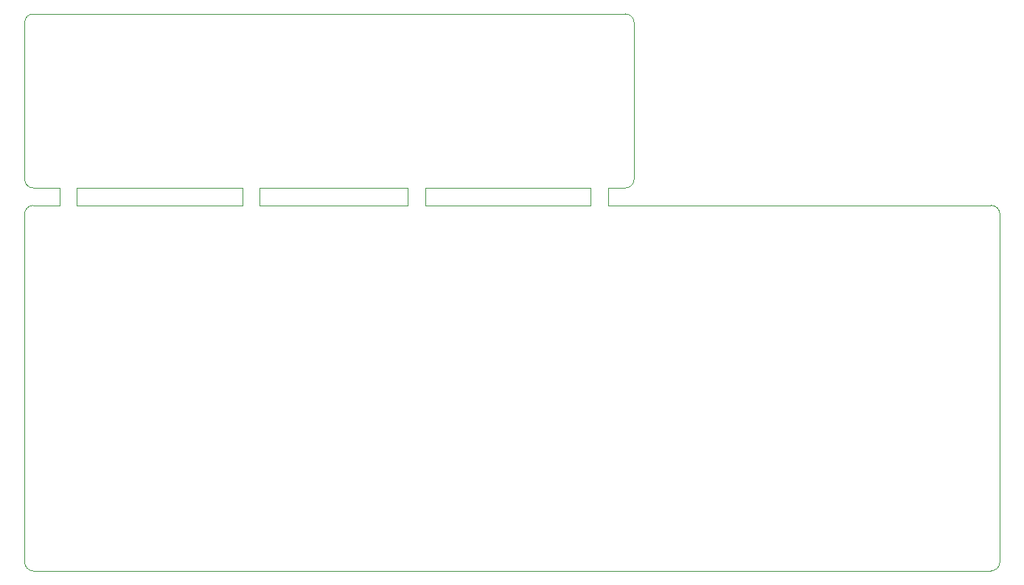
<source format=gm1>
G04 #@! TF.GenerationSoftware,KiCad,Pcbnew,5.0.1-33cea8e~66~ubuntu18.04.1*
G04 #@! TF.CreationDate,2018-11-27T01:50:38+00:00*
G04 #@! TF.ProjectId,proto_switch_sensor_r1_panel,70726F746F5F7377697463685F73656E,1*
G04 #@! TF.SameCoordinates,Original*
G04 #@! TF.FileFunction,Profile,NP*
%FSLAX46Y46*%
G04 Gerber Fmt 4.6, Leading zero omitted, Abs format (unit mm)*
G04 Created by KiCad (PCBNEW 5.0.1-33cea8e~66~ubuntu18.04.1) date Tue 27 Nov 2018 01:50:38 GMT*
%MOMM*%
%LPD*%
G01*
G04 APERTURE LIST*
%ADD10C,0.050000*%
G04 APERTURE END LIST*
D10*
X124000000Y-118000000D02*
X124000000Y-116000000D01*
X107000000Y-118000000D02*
X124000000Y-118000000D01*
X107000000Y-116000000D02*
X107000000Y-118000000D01*
X124000000Y-116000000D02*
X107000000Y-116000000D01*
X135000000Y-116000000D02*
X126000000Y-116000000D01*
X126000000Y-118000000D02*
X135000000Y-118000000D01*
X126000000Y-116000000D02*
X126000000Y-118000000D01*
X99000000Y-116000000D02*
X105000000Y-116000000D01*
X105000000Y-118000000D02*
X101000000Y-118000000D01*
X105000000Y-116000000D02*
X105000000Y-118000000D01*
X135000000Y-116000000D02*
X145000000Y-116000000D01*
X145000000Y-118000000D02*
X135000000Y-118000000D01*
X145000000Y-116000000D02*
X145000000Y-118000000D01*
X101000000Y-118000000D02*
X86000000Y-118000000D01*
X86000000Y-116000000D02*
X99000000Y-116000000D01*
X147000000Y-118000000D02*
X191000000Y-118000000D01*
X147000000Y-116000000D02*
X147000000Y-118000000D01*
X149000000Y-116000000D02*
X147000000Y-116000000D01*
X86000000Y-116000000D02*
X86000000Y-118000000D01*
X84000000Y-116000000D02*
X81000000Y-116000000D01*
X84000000Y-118000000D02*
X84000000Y-116000000D01*
X81000000Y-118000000D02*
X84000000Y-118000000D01*
X80000000Y-119000000D02*
G75*
G02X81000000Y-118000000I1000000J0D01*
G01*
X81000000Y-160000000D02*
G75*
G02X80000000Y-159000000I0J1000000D01*
G01*
X192000000Y-159000000D02*
G75*
G02X191000000Y-160000000I-1000000J0D01*
G01*
X191000000Y-118000000D02*
G75*
G02X192000000Y-119000000I0J-1000000D01*
G01*
X80000000Y-119000000D02*
X80000000Y-159000000D01*
X192000000Y-159000000D02*
X192000000Y-119000000D01*
X81000000Y-160000000D02*
X191000000Y-160000000D01*
X150000000Y-115000000D02*
G75*
G02X149000000Y-116000000I-1000000J0D01*
G01*
X149000000Y-96000000D02*
G75*
G02X150000000Y-97000000I0J-1000000D01*
G01*
X80000000Y-97000000D02*
G75*
G02X81000000Y-96000000I1000000J0D01*
G01*
X81000000Y-116000000D02*
G75*
G02X80000000Y-115000000I0J1000000D01*
G01*
X150000000Y-97000000D02*
X150000000Y-115000000D01*
X81000000Y-96000000D02*
X149000000Y-96000000D01*
X80000000Y-115000000D02*
X80000000Y-97000000D01*
M02*

</source>
